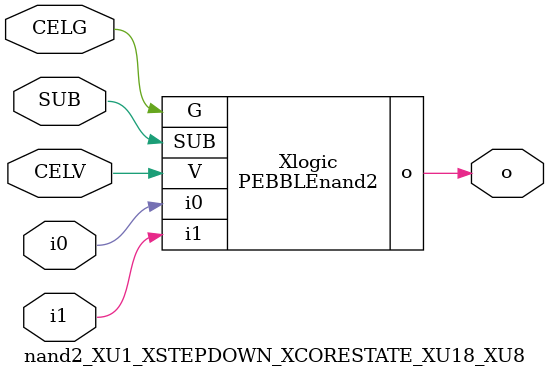
<source format=v>



module PEBBLEnand2 ( o, G, SUB, V, i0, i1 );

  input i0;
  input V;
  input i1;
  input G;
  output o;
  input SUB;
endmodule

//Celera Confidential Do Not Copy nand2_XU1_XSTEPDOWN_XCORESTATE_XU18_XU8
//Celera Confidential Symbol Generator
//5V NAND2
module nand2_XU1_XSTEPDOWN_XCORESTATE_XU18_XU8 (CELV,CELG,i0,i1,o,SUB);
input CELV;
input CELG;
input i0;
input i1;
input SUB;
output o;

//Celera Confidential Do Not Copy nand2
PEBBLEnand2 Xlogic(
.V (CELV),
.i0 (i0),
.i1 (i1),
.o (o),
.SUB (SUB),
.G (CELG)
);
//,diesize,PEBBLEnand2

//Celera Confidential Do Not Copy Module End
//Celera Schematic Generator
endmodule

</source>
